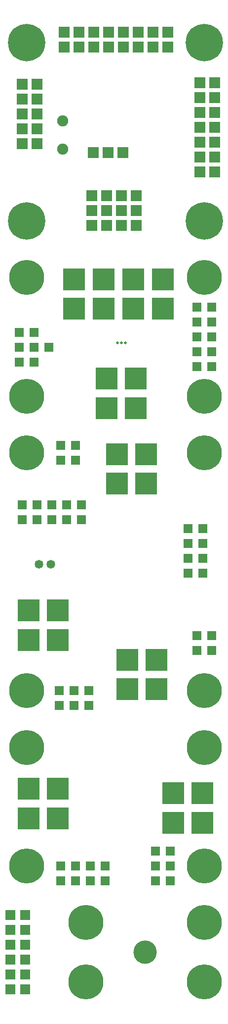
<source format=gbr>
G75*
G71*
%MOMM*%
%OFA0B0*%
%FSLAX53Y53*%
%IPPOS*%
%LPD*%
%ADD16C,0.30000*%
%ADD17C,4.00000*%
%ADD25C,0.50000*%
%ADD32R,1.52400X1.52400*%
%ADD33C,6.40000*%
%ADD34R,1.92400X1.92400*%
%ADD37C,0.10000*%
%ADD42C,0.15000*%
%ADD46R,3.81000X3.81000*%
%ADD51C,1.48082*%
%ADD52R,1.65100X1.65100*%
%ADD63C,6.00000*%
%ADD65C,1.90114*%
X0000000Y0000000D02*
G01*
D37*
D17*
X0025144Y0009904D03*
D52*
X0004570Y0011174D03*
X0002030Y0003554D03*
X0002030Y0008634D03*
X0004570Y0003554D03*
X0002030Y0013714D03*
X0002030Y0011174D03*
X0002030Y0006094D03*
X0004570Y0013714D03*
X0004570Y0006094D03*
X0004570Y0008634D03*
X0004570Y0016254D03*
X0002030Y0016254D03*
D63*
X0035304Y0004824D03*
X0035304Y0014984D03*
X0014984Y0014984D03*
X0014984Y0004824D03*
X0000000Y0019810D02*
G01*
D16*
D32*
X0029462Y0024634D03*
X0029462Y0022094D03*
X0026922Y0027174D03*
X0029462Y0027174D03*
D46*
X0034970Y0032000D03*
X0029970Y0032000D03*
X0034970Y0037080D03*
X0029970Y0037080D03*
D32*
X0010666Y0022094D03*
X0010666Y0024634D03*
X0013206Y0022094D03*
X0013206Y0024634D03*
X0015746Y0022094D03*
X0015746Y0024634D03*
X0018286Y0022094D03*
X0018286Y0024634D03*
D46*
X0005158Y0037842D03*
X0010158Y0037842D03*
X0005158Y0032762D03*
X0010158Y0032762D03*
D63*
X0035304Y0044934D03*
X0004824Y0044934D03*
X0004824Y0024634D03*
X0035304Y0024634D03*
D32*
X0026922Y0024634D03*
X0026922Y0022094D03*
X0000000Y0049780D02*
G01*
D16*
D46*
X0005160Y0063242D03*
X0010160Y0063242D03*
X0005160Y0068322D03*
X0010160Y0068322D03*
D63*
X0004826Y0095246D03*
X0035306Y0095246D03*
X0004826Y0054606D03*
X0035306Y0054606D03*
D32*
X0035052Y0077212D03*
X0032512Y0077212D03*
X0032512Y0074672D03*
X0035052Y0074672D03*
X0036576Y0061464D03*
X0034036Y0061464D03*
X0036576Y0064004D03*
X0034036Y0064004D03*
X0009144Y0083816D03*
X0009144Y0086356D03*
X0006604Y0083816D03*
X0006604Y0086356D03*
X0011684Y0083816D03*
X0011684Y0086356D03*
X0035052Y0079752D03*
X0032512Y0079752D03*
X0013208Y0093976D03*
X0013208Y0096516D03*
X0010668Y0093976D03*
X0010668Y0096516D03*
X0014224Y0083816D03*
X0014224Y0086356D03*
X0010414Y0052066D03*
X0010414Y0054606D03*
X0012954Y0052066D03*
X0012954Y0054606D03*
X0015494Y0052066D03*
X0015494Y0054606D03*
D51*
X0009002Y0076196D03*
X0007000Y0076196D03*
D32*
X0004064Y0083816D03*
X0004064Y0086356D03*
D46*
X0022098Y0059860D03*
X0022098Y0054860D03*
X0027098Y0059860D03*
X0027098Y0054860D03*
X0020320Y0089992D03*
X0020320Y0094992D03*
X0025320Y0089992D03*
X0025320Y0094992D03*
D32*
X0035052Y0082292D03*
X0032512Y0082292D03*
X0000000Y0100070D02*
G01*
D16*
D32*
X0006096Y0110738D03*
X0003556Y0110738D03*
X0006096Y0113278D03*
X0003556Y0113278D03*
X0006096Y0115818D03*
X0003556Y0115818D03*
X0036576Y0112516D03*
X0034036Y0112516D03*
X0036576Y0117596D03*
X0034036Y0117596D03*
X0036576Y0115056D03*
X0034036Y0115056D03*
X0036576Y0120136D03*
X0034036Y0120136D03*
X0034036Y0109976D03*
X0036576Y0109976D03*
D46*
X0012954Y0124882D03*
X0012954Y0119882D03*
X0018034Y0124882D03*
X0018034Y0119882D03*
X0023114Y0124882D03*
X0023114Y0119882D03*
X0028194Y0124882D03*
X0028194Y0119882D03*
X0023542Y0102864D03*
X0018542Y0102864D03*
X0023542Y0107944D03*
X0018542Y0107944D03*
D63*
X0004826Y0104896D03*
X0035306Y0125216D03*
X0035306Y0104896D03*
X0004826Y0125216D03*
D25*
X0021782Y0114040D03*
X0020382Y0114040D03*
X0021082Y0114040D03*
D32*
X0008636Y0113278D03*
X0000000Y0130040D02*
G01*
D42*
D34*
X0013780Y0164584D03*
X0013780Y0167124D03*
X0023622Y0134104D03*
X0021082Y0134104D03*
X0023622Y0136644D03*
X0021082Y0136644D03*
X0023622Y0139184D03*
X0021082Y0139184D03*
X0037084Y0155948D03*
X0034544Y0155948D03*
X0037084Y0158488D03*
X0034544Y0158488D03*
X0011240Y0164584D03*
X0011240Y0167124D03*
X0016320Y0164584D03*
X0016320Y0167124D03*
X0018860Y0167124D03*
X0018860Y0164584D03*
X0026495Y0167125D03*
X0026495Y0164585D03*
X0021400Y0167124D03*
X0021400Y0164584D03*
X0016256Y0146550D03*
X0018796Y0146550D03*
X0021336Y0146550D03*
X0006604Y0158234D03*
X0004064Y0158234D03*
X0006604Y0155694D03*
X0004064Y0155694D03*
X0037084Y0148328D03*
X0034544Y0148328D03*
X0037084Y0150868D03*
X0034544Y0150868D03*
X0006604Y0148074D03*
X0004064Y0148074D03*
X0037084Y0143248D03*
X0034544Y0143248D03*
X0037084Y0145788D03*
X0034544Y0145788D03*
X0037084Y0153408D03*
X0034544Y0153408D03*
X0016002Y0139184D03*
X0018542Y0139184D03*
X0016002Y0136644D03*
X0018542Y0136644D03*
X0016002Y0134104D03*
X0018542Y0134104D03*
X0006604Y0150614D03*
X0004064Y0150614D03*
X0006604Y0153154D03*
X0004064Y0153154D03*
D33*
X0035306Y0165346D03*
X0035306Y0134866D03*
X0004826Y0165346D03*
X0004826Y0134866D03*
D65*
X0011049Y0152039D03*
X0011049Y0147157D03*
D34*
X0023955Y0164585D03*
X0023955Y0167125D03*
X0029035Y0164585D03*
X0029035Y0167125D03*
M02*

</source>
